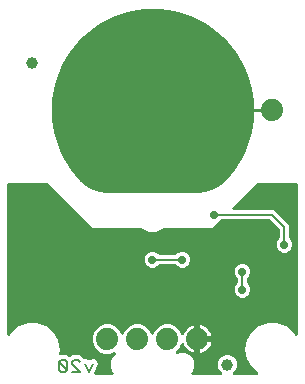
<source format=gbr>
G04 EAGLE Gerber RS-274X export*
G75*
%MOMM*%
%FSLAX34Y34*%
%LPD*%
%INBottom Copper*%
%IPPOS*%
%AMOC8*
5,1,8,0,0,1.08239X$1,22.5*%
G01*
%ADD10C,0.177800*%
%ADD11C,1.879600*%
%ADD12C,1.000000*%
%ADD13C,0.736600*%
%ADD14C,0.203200*%
%ADD15C,0.254000*%
%ADD16C,6.350000*%

G36*
X93098Y4082D02*
X93098Y4082D01*
X93236Y4095D01*
X93255Y4102D01*
X93276Y4105D01*
X93405Y4156D01*
X93536Y4203D01*
X93552Y4214D01*
X93571Y4222D01*
X93683Y4303D01*
X93799Y4381D01*
X93812Y4397D01*
X93829Y4408D01*
X93917Y4516D01*
X94009Y4620D01*
X94018Y4638D01*
X94031Y4653D01*
X94091Y4779D01*
X94154Y4903D01*
X94158Y4923D01*
X94167Y4941D01*
X94193Y5078D01*
X94223Y5213D01*
X94223Y5234D01*
X94227Y5253D01*
X94218Y5391D01*
X94214Y5531D01*
X94208Y5551D01*
X94207Y5571D01*
X94164Y5703D01*
X94125Y5837D01*
X94115Y5854D01*
X94109Y5873D01*
X94035Y5991D01*
X93964Y6111D01*
X93945Y6132D01*
X93939Y6142D01*
X93924Y6156D01*
X93857Y6231D01*
X93081Y7008D01*
X91551Y10701D01*
X91551Y14699D01*
X93081Y18392D01*
X95666Y20977D01*
X95709Y21033D01*
X95759Y21081D01*
X95806Y21158D01*
X95861Y21229D01*
X95889Y21293D01*
X95925Y21352D01*
X95952Y21438D01*
X95988Y21521D01*
X95999Y21590D01*
X96019Y21656D01*
X96023Y21746D01*
X96037Y21835D01*
X96031Y21904D01*
X96034Y21974D01*
X96016Y22062D01*
X96008Y22151D01*
X95984Y22217D01*
X95970Y22285D01*
X95930Y22366D01*
X95900Y22451D01*
X95861Y22508D01*
X95830Y22571D01*
X95772Y22639D01*
X95721Y22714D01*
X95669Y22760D01*
X95624Y22813D01*
X95550Y22865D01*
X95483Y22924D01*
X95421Y22956D01*
X95364Y22996D01*
X95280Y23028D01*
X95200Y23069D01*
X95132Y23084D01*
X95066Y23109D01*
X94977Y23119D01*
X94890Y23138D01*
X94820Y23136D01*
X94750Y23144D01*
X94661Y23131D01*
X94572Y23129D01*
X94505Y23109D01*
X94435Y23100D01*
X94283Y23048D01*
X91376Y21843D01*
X86424Y21843D01*
X81850Y23738D01*
X78348Y27240D01*
X76453Y31814D01*
X76453Y36766D01*
X78348Y41340D01*
X81850Y44842D01*
X86424Y46737D01*
X91376Y46737D01*
X95950Y44842D01*
X99452Y41340D01*
X100427Y38985D01*
X100496Y38865D01*
X100561Y38742D01*
X100575Y38727D01*
X100585Y38709D01*
X100682Y38609D01*
X100775Y38506D01*
X100792Y38495D01*
X100806Y38481D01*
X100925Y38408D01*
X101041Y38332D01*
X101060Y38325D01*
X101077Y38314D01*
X101210Y38274D01*
X101342Y38228D01*
X101362Y38227D01*
X101381Y38221D01*
X101520Y38214D01*
X101659Y38203D01*
X101679Y38207D01*
X101699Y38206D01*
X101835Y38234D01*
X101972Y38258D01*
X101991Y38266D01*
X102010Y38270D01*
X102136Y38331D01*
X102262Y38388D01*
X102278Y38401D01*
X102296Y38410D01*
X102402Y38500D01*
X102510Y38587D01*
X102523Y38603D01*
X102538Y38616D01*
X102618Y38730D01*
X102702Y38841D01*
X102714Y38866D01*
X102721Y38876D01*
X102728Y38895D01*
X102773Y38985D01*
X103748Y41340D01*
X107250Y44842D01*
X111824Y46737D01*
X116776Y46737D01*
X121350Y44842D01*
X124852Y41340D01*
X125827Y38985D01*
X125896Y38865D01*
X125961Y38742D01*
X125975Y38727D01*
X125985Y38709D01*
X126082Y38609D01*
X126175Y38506D01*
X126192Y38495D01*
X126206Y38481D01*
X126325Y38408D01*
X126441Y38332D01*
X126460Y38325D01*
X126477Y38314D01*
X126610Y38274D01*
X126742Y38228D01*
X126762Y38227D01*
X126781Y38221D01*
X126920Y38214D01*
X127059Y38203D01*
X127079Y38207D01*
X127099Y38206D01*
X127235Y38234D01*
X127372Y38258D01*
X127391Y38266D01*
X127410Y38270D01*
X127536Y38331D01*
X127662Y38388D01*
X127678Y38401D01*
X127696Y38410D01*
X127802Y38500D01*
X127910Y38587D01*
X127923Y38603D01*
X127938Y38616D01*
X128018Y38730D01*
X128102Y38841D01*
X128114Y38866D01*
X128121Y38876D01*
X128128Y38895D01*
X128173Y38985D01*
X129148Y41340D01*
X132650Y44842D01*
X137224Y46737D01*
X142176Y46737D01*
X146750Y44842D01*
X150252Y41340D01*
X151505Y38315D01*
X151520Y38289D01*
X151529Y38260D01*
X151599Y38151D01*
X151663Y38038D01*
X151684Y38017D01*
X151700Y37992D01*
X151794Y37903D01*
X151884Y37810D01*
X151910Y37794D01*
X151931Y37774D01*
X152045Y37711D01*
X152155Y37644D01*
X152184Y37635D01*
X152210Y37621D01*
X152335Y37588D01*
X152459Y37550D01*
X152489Y37549D01*
X152518Y37541D01*
X152648Y37541D01*
X152777Y37535D01*
X152806Y37541D01*
X152836Y37541D01*
X152961Y37573D01*
X153088Y37599D01*
X153115Y37612D01*
X153144Y37620D01*
X153257Y37682D01*
X153374Y37739D01*
X153397Y37758D01*
X153423Y37773D01*
X153517Y37861D01*
X153616Y37945D01*
X153633Y37970D01*
X153655Y37990D01*
X153724Y38099D01*
X153799Y38205D01*
X153810Y38233D01*
X153826Y38259D01*
X153885Y38408D01*
X154036Y38873D01*
X154889Y40547D01*
X155994Y42068D01*
X157322Y43396D01*
X158843Y44501D01*
X160517Y45354D01*
X162304Y45935D01*
X162561Y45975D01*
X162561Y35560D01*
X162576Y35442D01*
X162583Y35323D01*
X162596Y35285D01*
X162601Y35245D01*
X162644Y35134D01*
X162681Y35021D01*
X162703Y34987D01*
X162718Y34949D01*
X162788Y34853D01*
X162851Y34752D01*
X162881Y34724D01*
X162904Y34692D01*
X162996Y34616D01*
X163083Y34534D01*
X163118Y34515D01*
X163149Y34489D01*
X163257Y34438D01*
X163361Y34381D01*
X163401Y34370D01*
X163437Y34353D01*
X163554Y34331D01*
X163669Y34301D01*
X163730Y34297D01*
X163750Y34293D01*
X163770Y34295D01*
X163830Y34291D01*
X165101Y34291D01*
X165101Y34289D01*
X163830Y34289D01*
X163712Y34274D01*
X163593Y34267D01*
X163555Y34254D01*
X163514Y34249D01*
X163404Y34205D01*
X163291Y34169D01*
X163256Y34147D01*
X163219Y34132D01*
X163123Y34062D01*
X163022Y33999D01*
X162994Y33969D01*
X162961Y33945D01*
X162886Y33854D01*
X162804Y33767D01*
X162784Y33732D01*
X162759Y33700D01*
X162708Y33593D01*
X162650Y33488D01*
X162640Y33449D01*
X162623Y33413D01*
X162601Y33296D01*
X162571Y33181D01*
X162567Y33120D01*
X162563Y33100D01*
X162565Y33080D01*
X162561Y33020D01*
X162561Y22605D01*
X162304Y22645D01*
X160517Y23226D01*
X158843Y24079D01*
X157322Y25184D01*
X155994Y26512D01*
X154889Y28033D01*
X154036Y29707D01*
X153885Y30172D01*
X153872Y30199D01*
X153865Y30228D01*
X153805Y30342D01*
X153750Y30460D01*
X153731Y30483D01*
X153717Y30509D01*
X153630Y30605D01*
X153547Y30705D01*
X153523Y30722D01*
X153503Y30744D01*
X153394Y30816D01*
X153290Y30892D01*
X153262Y30903D01*
X153237Y30919D01*
X153114Y30961D01*
X152994Y31009D01*
X152964Y31013D01*
X152936Y31022D01*
X152807Y31033D01*
X152679Y31049D01*
X152649Y31045D01*
X152619Y31048D01*
X152491Y31025D01*
X152363Y31009D01*
X152335Y30998D01*
X152306Y30993D01*
X152188Y30940D01*
X152067Y30892D01*
X152043Y30875D01*
X152016Y30863D01*
X151915Y30782D01*
X151810Y30706D01*
X151791Y30683D01*
X151767Y30664D01*
X151689Y30560D01*
X151607Y30461D01*
X151594Y30434D01*
X151576Y30410D01*
X151505Y30265D01*
X150252Y27240D01*
X146992Y23980D01*
X146949Y23924D01*
X146899Y23876D01*
X146852Y23799D01*
X146839Y23784D01*
X146838Y23781D01*
X146797Y23728D01*
X146769Y23664D01*
X146733Y23605D01*
X146706Y23519D01*
X146671Y23437D01*
X146660Y23368D01*
X146639Y23301D01*
X146635Y23211D01*
X146621Y23122D01*
X146627Y23053D01*
X146624Y22983D01*
X146642Y22896D01*
X146651Y22806D01*
X146674Y22740D01*
X146688Y22672D01*
X146728Y22591D01*
X146758Y22507D01*
X146797Y22449D01*
X146828Y22386D01*
X146886Y22318D01*
X146937Y22243D01*
X146989Y22197D01*
X147034Y22144D01*
X147108Y22092D01*
X147175Y22033D01*
X147238Y22001D01*
X147295Y21961D01*
X147378Y21929D01*
X147459Y21888D01*
X147527Y21873D01*
X147592Y21848D01*
X147681Y21838D01*
X147769Y21819D01*
X147839Y21821D01*
X147908Y21813D01*
X147997Y21826D01*
X148087Y21828D01*
X148154Y21848D01*
X148223Y21857D01*
X148375Y21910D01*
X150401Y22749D01*
X154399Y22749D01*
X158092Y21219D01*
X160919Y18392D01*
X162449Y14699D01*
X162449Y10701D01*
X160919Y7008D01*
X160143Y6231D01*
X160058Y6122D01*
X159969Y6015D01*
X159960Y5996D01*
X159948Y5980D01*
X159892Y5853D01*
X159833Y5727D01*
X159829Y5707D01*
X159821Y5688D01*
X159799Y5550D01*
X159773Y5414D01*
X159775Y5394D01*
X159771Y5374D01*
X159784Y5235D01*
X159793Y5097D01*
X159799Y5078D01*
X159801Y5058D01*
X159848Y4926D01*
X159891Y4795D01*
X159902Y4777D01*
X159909Y4758D01*
X159987Y4643D01*
X160061Y4526D01*
X160076Y4512D01*
X160087Y4495D01*
X160191Y4403D01*
X160293Y4308D01*
X160311Y4298D01*
X160326Y4285D01*
X160450Y4222D01*
X160571Y4154D01*
X160591Y4149D01*
X160609Y4140D01*
X160745Y4110D01*
X160879Y4075D01*
X160907Y4073D01*
X160919Y4070D01*
X160940Y4071D01*
X161040Y4065D01*
X184688Y4065D01*
X184826Y4082D01*
X184965Y4095D01*
X184984Y4102D01*
X185004Y4105D01*
X185133Y4156D01*
X185264Y4203D01*
X185281Y4214D01*
X185300Y4222D01*
X185412Y4303D01*
X185527Y4381D01*
X185541Y4397D01*
X185557Y4408D01*
X185646Y4516D01*
X185738Y4620D01*
X185747Y4638D01*
X185760Y4653D01*
X185819Y4779D01*
X185882Y4903D01*
X185887Y4923D01*
X185895Y4941D01*
X185921Y5077D01*
X185952Y5213D01*
X185951Y5234D01*
X185955Y5253D01*
X185946Y5391D01*
X185942Y5531D01*
X185937Y5551D01*
X185935Y5571D01*
X185893Y5703D01*
X185854Y5837D01*
X185844Y5854D01*
X185837Y5873D01*
X185763Y5991D01*
X185692Y6111D01*
X185674Y6132D01*
X185667Y6142D01*
X185652Y6156D01*
X185586Y6231D01*
X183677Y8141D01*
X182451Y11099D01*
X182451Y14301D01*
X183677Y17259D01*
X185941Y19523D01*
X188899Y20749D01*
X192101Y20749D01*
X195059Y19523D01*
X197323Y17259D01*
X198549Y14301D01*
X198549Y11099D01*
X197323Y8141D01*
X195414Y6231D01*
X195329Y6122D01*
X195240Y6015D01*
X195232Y5996D01*
X195219Y5980D01*
X195164Y5852D01*
X195105Y5727D01*
X195101Y5707D01*
X195093Y5688D01*
X195071Y5550D01*
X195045Y5414D01*
X195046Y5394D01*
X195043Y5374D01*
X195056Y5235D01*
X195065Y5097D01*
X195071Y5078D01*
X195073Y5058D01*
X195120Y4926D01*
X195163Y4795D01*
X195174Y4777D01*
X195180Y4758D01*
X195258Y4643D01*
X195333Y4526D01*
X195348Y4512D01*
X195359Y4495D01*
X195463Y4403D01*
X195564Y4308D01*
X195582Y4298D01*
X195597Y4285D01*
X195722Y4221D01*
X195843Y4154D01*
X195863Y4149D01*
X195881Y4140D01*
X196016Y4110D01*
X196151Y4075D01*
X196179Y4073D01*
X196191Y4070D01*
X196211Y4071D01*
X196312Y4065D01*
X215369Y4065D01*
X215405Y4069D01*
X215440Y4067D01*
X215562Y4089D01*
X215685Y4105D01*
X215718Y4118D01*
X215753Y4124D01*
X215865Y4176D01*
X215981Y4222D01*
X216009Y4242D01*
X216041Y4257D01*
X216138Y4336D01*
X216238Y4408D01*
X216261Y4436D01*
X216288Y4458D01*
X216361Y4558D01*
X216441Y4653D01*
X216456Y4685D01*
X216477Y4714D01*
X216523Y4829D01*
X216576Y4941D01*
X216583Y4976D01*
X216596Y5009D01*
X216613Y5132D01*
X216636Y5253D01*
X216634Y5289D01*
X216639Y5324D01*
X216624Y5447D01*
X216616Y5571D01*
X216605Y5605D01*
X216601Y5640D01*
X216556Y5755D01*
X216518Y5873D01*
X216499Y5903D01*
X216487Y5936D01*
X216415Y6037D01*
X216348Y6142D01*
X216322Y6166D01*
X216302Y6195D01*
X216185Y6306D01*
X211015Y10645D01*
X207029Y17549D01*
X205645Y25400D01*
X207029Y33251D01*
X211015Y40155D01*
X217122Y45280D01*
X224614Y48007D01*
X232586Y48007D01*
X240078Y45280D01*
X246185Y40156D01*
X247567Y37762D01*
X247655Y37646D01*
X247740Y37528D01*
X247751Y37519D01*
X247759Y37509D01*
X247873Y37418D01*
X247985Y37325D01*
X247998Y37319D01*
X248008Y37311D01*
X248142Y37251D01*
X248273Y37190D01*
X248286Y37187D01*
X248299Y37182D01*
X248443Y37157D01*
X248586Y37130D01*
X248599Y37131D01*
X248612Y37128D01*
X248758Y37141D01*
X248903Y37150D01*
X248916Y37154D01*
X248929Y37155D01*
X249067Y37203D01*
X249205Y37248D01*
X249217Y37255D01*
X249230Y37259D01*
X249351Y37340D01*
X249474Y37418D01*
X249483Y37428D01*
X249495Y37435D01*
X249592Y37543D01*
X249692Y37649D01*
X249699Y37661D01*
X249708Y37671D01*
X249775Y37800D01*
X249846Y37928D01*
X249849Y37941D01*
X249855Y37953D01*
X249889Y38095D01*
X249925Y38236D01*
X249926Y38254D01*
X249928Y38263D01*
X249928Y38280D01*
X249935Y38397D01*
X249935Y165100D01*
X249920Y165218D01*
X249913Y165337D01*
X249900Y165375D01*
X249895Y165416D01*
X249852Y165526D01*
X249815Y165639D01*
X249793Y165674D01*
X249778Y165711D01*
X249709Y165807D01*
X249645Y165908D01*
X249615Y165936D01*
X249592Y165969D01*
X249500Y166045D01*
X249413Y166126D01*
X249378Y166146D01*
X249347Y166171D01*
X249239Y166222D01*
X249135Y166280D01*
X249095Y166290D01*
X249059Y166307D01*
X248942Y166329D01*
X248827Y166359D01*
X248767Y166363D01*
X248747Y166367D01*
X248726Y166365D01*
X248666Y166369D01*
X215900Y166369D01*
X215802Y166357D01*
X215703Y166354D01*
X215645Y166337D01*
X215584Y166329D01*
X215492Y166293D01*
X215397Y166265D01*
X215345Y166235D01*
X215289Y166212D01*
X215209Y166154D01*
X215123Y166104D01*
X215048Y166038D01*
X215031Y166026D01*
X215024Y166016D01*
X215003Y165998D01*
X194936Y145931D01*
X194851Y145822D01*
X194763Y145715D01*
X194754Y145696D01*
X194742Y145680D01*
X194686Y145552D01*
X194627Y145427D01*
X194623Y145407D01*
X194615Y145388D01*
X194593Y145250D01*
X194567Y145114D01*
X194569Y145094D01*
X194565Y145074D01*
X194578Y144935D01*
X194587Y144797D01*
X194593Y144778D01*
X194595Y144758D01*
X194642Y144626D01*
X194685Y144495D01*
X194696Y144477D01*
X194703Y144458D01*
X194781Y144343D01*
X194855Y144226D01*
X194870Y144212D01*
X194881Y144195D01*
X194985Y144103D01*
X195087Y144008D01*
X195105Y143998D01*
X195120Y143985D01*
X195244Y143921D01*
X195365Y143854D01*
X195385Y143849D01*
X195403Y143840D01*
X195539Y143810D01*
X195673Y143775D01*
X195701Y143773D01*
X195713Y143770D01*
X195734Y143771D01*
X195834Y143765D01*
X230284Y143765D01*
X242825Y131224D01*
X242825Y120281D01*
X242837Y120183D01*
X242840Y120084D01*
X242857Y120026D01*
X242865Y119966D01*
X242901Y119874D01*
X242929Y119778D01*
X242959Y119726D01*
X242982Y119670D01*
X243040Y119590D01*
X243090Y119504D01*
X243156Y119429D01*
X243168Y119413D01*
X243178Y119405D01*
X243196Y119384D01*
X244467Y118113D01*
X245492Y115639D01*
X245492Y112961D01*
X244467Y110487D01*
X242573Y108593D01*
X240099Y107568D01*
X237421Y107568D01*
X234947Y108593D01*
X233053Y110487D01*
X232028Y112961D01*
X232028Y115639D01*
X233053Y118113D01*
X234324Y119384D01*
X234384Y119462D01*
X234452Y119534D01*
X234481Y119587D01*
X234518Y119635D01*
X234558Y119726D01*
X234606Y119813D01*
X234621Y119871D01*
X234645Y119927D01*
X234660Y120025D01*
X234685Y120120D01*
X234691Y120220D01*
X234695Y120241D01*
X234693Y120253D01*
X234695Y120281D01*
X234695Y127331D01*
X234683Y127429D01*
X234680Y127528D01*
X234663Y127586D01*
X234655Y127646D01*
X234619Y127738D01*
X234591Y127833D01*
X234561Y127885D01*
X234538Y127942D01*
X234480Y128022D01*
X234430Y128107D01*
X234364Y128183D01*
X234352Y128199D01*
X234342Y128207D01*
X234324Y128228D01*
X227288Y135264D01*
X227210Y135324D01*
X227138Y135392D01*
X227085Y135421D01*
X227037Y135458D01*
X226946Y135498D01*
X226859Y135546D01*
X226801Y135561D01*
X226745Y135585D01*
X226647Y135600D01*
X226551Y135625D01*
X226451Y135631D01*
X226431Y135635D01*
X226419Y135633D01*
X226391Y135635D01*
X185166Y135635D01*
X185068Y135623D01*
X184969Y135620D01*
X184911Y135603D01*
X184850Y135595D01*
X184758Y135559D01*
X184663Y135531D01*
X184611Y135501D01*
X184555Y135478D01*
X184475Y135420D01*
X184389Y135370D01*
X184314Y135304D01*
X184297Y135292D01*
X184290Y135282D01*
X184269Y135264D01*
X177274Y128269D01*
X136670Y128269D01*
X136572Y128257D01*
X136473Y128254D01*
X136414Y128237D01*
X136354Y128229D01*
X136262Y128193D01*
X136167Y128165D01*
X136115Y128135D01*
X136059Y128112D01*
X135979Y128054D01*
X135893Y128004D01*
X135818Y127938D01*
X135801Y127926D01*
X135794Y127916D01*
X135772Y127897D01*
X135241Y127366D01*
X129894Y125151D01*
X124106Y125151D01*
X118759Y127366D01*
X118228Y127897D01*
X118149Y127958D01*
X118077Y128026D01*
X118024Y128055D01*
X117976Y128092D01*
X117885Y128132D01*
X117799Y128180D01*
X117740Y128195D01*
X117684Y128219D01*
X117586Y128234D01*
X117491Y128259D01*
X117391Y128265D01*
X117370Y128269D01*
X117358Y128267D01*
X117330Y128269D01*
X76726Y128269D01*
X38998Y165998D01*
X38919Y166058D01*
X38847Y166126D01*
X38794Y166155D01*
X38746Y166192D01*
X38655Y166232D01*
X38569Y166280D01*
X38510Y166295D01*
X38454Y166319D01*
X38356Y166334D01*
X38261Y166359D01*
X38161Y166365D01*
X38140Y166369D01*
X38128Y166367D01*
X38100Y166369D01*
X5334Y166369D01*
X5216Y166354D01*
X5097Y166347D01*
X5059Y166334D01*
X5018Y166329D01*
X4908Y166286D01*
X4795Y166249D01*
X4760Y166227D01*
X4723Y166212D01*
X4627Y166143D01*
X4526Y166079D01*
X4498Y166049D01*
X4465Y166026D01*
X4389Y165934D01*
X4308Y165847D01*
X4288Y165812D01*
X4263Y165781D01*
X4212Y165673D01*
X4154Y165569D01*
X4144Y165529D01*
X4127Y165493D01*
X4105Y165376D01*
X4075Y165261D01*
X4071Y165201D01*
X4067Y165181D01*
X4069Y165160D01*
X4065Y165100D01*
X4065Y38397D01*
X4083Y38252D01*
X4098Y38107D01*
X4103Y38094D01*
X4105Y38081D01*
X4158Y37945D01*
X4209Y37809D01*
X4217Y37798D01*
X4222Y37785D01*
X4307Y37668D01*
X4390Y37548D01*
X4401Y37539D01*
X4408Y37528D01*
X4520Y37435D01*
X4631Y37340D01*
X4643Y37334D01*
X4653Y37325D01*
X4785Y37263D01*
X4916Y37198D01*
X4929Y37195D01*
X4941Y37190D01*
X5083Y37162D01*
X5227Y37132D01*
X5240Y37132D01*
X5253Y37130D01*
X5398Y37139D01*
X5544Y37145D01*
X5558Y37149D01*
X5571Y37150D01*
X5709Y37194D01*
X5849Y37237D01*
X5861Y37244D01*
X5873Y37248D01*
X5996Y37325D01*
X6121Y37401D01*
X6131Y37411D01*
X6142Y37418D01*
X6242Y37524D01*
X6344Y37628D01*
X6354Y37643D01*
X6360Y37649D01*
X6368Y37664D01*
X6433Y37762D01*
X7815Y40155D01*
X13922Y45280D01*
X21414Y48007D01*
X29386Y48007D01*
X36878Y45280D01*
X42985Y40156D01*
X46971Y33251D01*
X48355Y25400D01*
X47769Y22073D01*
X47765Y22003D01*
X47752Y21933D01*
X47758Y21845D01*
X47753Y21756D01*
X47768Y21686D01*
X47772Y21616D01*
X47799Y21531D01*
X47817Y21444D01*
X47848Y21381D01*
X47870Y21313D01*
X47918Y21238D01*
X47957Y21158D01*
X48002Y21104D01*
X48040Y21045D01*
X48105Y20984D01*
X48163Y20916D01*
X48220Y20875D01*
X48272Y20827D01*
X48350Y20784D01*
X48422Y20733D01*
X48488Y20707D01*
X48550Y20673D01*
X48636Y20651D01*
X48720Y20619D01*
X48790Y20612D01*
X48858Y20594D01*
X49019Y20584D01*
X50564Y20584D01*
X52699Y20584D01*
X54352Y20584D01*
X55699Y19236D01*
X55793Y19163D01*
X55883Y19084D01*
X55919Y19066D01*
X55951Y19041D01*
X56060Y18994D01*
X56166Y18940D01*
X56205Y18931D01*
X56242Y18915D01*
X56360Y18896D01*
X56476Y18870D01*
X56516Y18871D01*
X56556Y18865D01*
X56675Y18876D01*
X56794Y18880D01*
X56833Y18891D01*
X56873Y18895D01*
X56985Y18935D01*
X57099Y18968D01*
X57134Y18989D01*
X57172Y19003D01*
X57271Y19070D01*
X57373Y19130D01*
X57419Y19170D01*
X57435Y19181D01*
X57449Y19196D01*
X57494Y19236D01*
X58842Y20584D01*
X61790Y20584D01*
X63969Y20584D01*
X65578Y20584D01*
X68256Y17906D01*
X68256Y17905D01*
X68399Y17763D01*
X68458Y17717D01*
X68510Y17664D01*
X68583Y17620D01*
X68650Y17568D01*
X68718Y17538D01*
X68782Y17500D01*
X68864Y17475D01*
X68942Y17442D01*
X69015Y17430D01*
X69087Y17409D01*
X69172Y17405D01*
X69256Y17392D01*
X69330Y17399D01*
X69405Y17396D01*
X69488Y17414D01*
X69573Y17422D01*
X69617Y17437D01*
X73035Y16298D01*
X73044Y16296D01*
X73052Y16292D01*
X73198Y16266D01*
X73347Y16236D01*
X73356Y16237D01*
X73365Y16235D01*
X73514Y16245D01*
X73664Y16254D01*
X73673Y16256D01*
X73682Y16257D01*
X73837Y16298D01*
X77213Y17423D01*
X80130Y15964D01*
X81162Y12869D01*
X77678Y5902D01*
X77646Y5812D01*
X77606Y5727D01*
X77594Y5663D01*
X77572Y5602D01*
X77564Y5507D01*
X77546Y5414D01*
X77550Y5350D01*
X77545Y5285D01*
X77560Y5191D01*
X77566Y5097D01*
X77586Y5035D01*
X77597Y4971D01*
X77635Y4884D01*
X77664Y4795D01*
X77699Y4740D01*
X77725Y4680D01*
X77784Y4606D01*
X77834Y4526D01*
X77882Y4481D01*
X77922Y4430D01*
X77997Y4373D01*
X78066Y4308D01*
X78123Y4277D01*
X78175Y4237D01*
X78262Y4200D01*
X78344Y4154D01*
X78407Y4138D01*
X78467Y4113D01*
X78561Y4099D01*
X78652Y4075D01*
X78763Y4068D01*
X78782Y4065D01*
X78792Y4066D01*
X78813Y4065D01*
X92960Y4065D01*
X93098Y4082D01*
G37*
%LPC*%
G36*
X125661Y94868D02*
X125661Y94868D01*
X123187Y95893D01*
X121293Y97787D01*
X120268Y100261D01*
X120268Y102939D01*
X121293Y105413D01*
X123187Y107307D01*
X125661Y108332D01*
X128339Y108332D01*
X130813Y107307D01*
X132084Y106036D01*
X132162Y105976D01*
X132234Y105908D01*
X132287Y105879D01*
X132335Y105842D01*
X132426Y105802D01*
X132513Y105754D01*
X132571Y105739D01*
X132627Y105715D01*
X132725Y105700D01*
X132820Y105675D01*
X132920Y105669D01*
X132941Y105665D01*
X132953Y105667D01*
X132981Y105665D01*
X146419Y105665D01*
X146517Y105677D01*
X146616Y105680D01*
X146674Y105697D01*
X146734Y105705D01*
X146826Y105741D01*
X146922Y105769D01*
X146974Y105799D01*
X147030Y105822D01*
X147110Y105880D01*
X147196Y105930D01*
X147271Y105996D01*
X147287Y106008D01*
X147295Y106018D01*
X147316Y106036D01*
X148587Y107307D01*
X151061Y108332D01*
X153739Y108332D01*
X156213Y107307D01*
X158107Y105413D01*
X159132Y102939D01*
X159132Y100261D01*
X158107Y97787D01*
X156213Y95893D01*
X153739Y94868D01*
X151061Y94868D01*
X148587Y95893D01*
X147316Y97164D01*
X147238Y97224D01*
X147166Y97292D01*
X147113Y97321D01*
X147065Y97358D01*
X146974Y97398D01*
X146887Y97446D01*
X146829Y97461D01*
X146773Y97485D01*
X146675Y97500D01*
X146580Y97525D01*
X146480Y97531D01*
X146459Y97535D01*
X146447Y97533D01*
X146419Y97535D01*
X132981Y97535D01*
X132883Y97523D01*
X132784Y97520D01*
X132726Y97503D01*
X132666Y97495D01*
X132574Y97459D01*
X132478Y97431D01*
X132426Y97401D01*
X132370Y97378D01*
X132290Y97320D01*
X132204Y97270D01*
X132129Y97204D01*
X132113Y97192D01*
X132105Y97182D01*
X132084Y97164D01*
X130813Y95893D01*
X128339Y94868D01*
X125661Y94868D01*
G37*
%LPD*%
%LPC*%
G36*
X201861Y69468D02*
X201861Y69468D01*
X199387Y70493D01*
X197493Y72387D01*
X196468Y74861D01*
X196468Y77539D01*
X197493Y80013D01*
X198764Y81284D01*
X198824Y81362D01*
X198892Y81434D01*
X198921Y81487D01*
X198958Y81535D01*
X198998Y81626D01*
X199046Y81713D01*
X199061Y81771D01*
X199085Y81827D01*
X199100Y81925D01*
X199125Y82020D01*
X199131Y82120D01*
X199135Y82141D01*
X199133Y82153D01*
X199135Y82181D01*
X199135Y85459D01*
X199123Y85557D01*
X199120Y85656D01*
X199103Y85714D01*
X199095Y85774D01*
X199059Y85866D01*
X199031Y85962D01*
X199001Y86014D01*
X198978Y86070D01*
X198920Y86150D01*
X198870Y86236D01*
X198804Y86311D01*
X198792Y86327D01*
X198782Y86335D01*
X198764Y86356D01*
X197493Y87627D01*
X196468Y90101D01*
X196468Y92779D01*
X197493Y95253D01*
X199387Y97147D01*
X201861Y98172D01*
X204539Y98172D01*
X207013Y97147D01*
X208907Y95253D01*
X209932Y92779D01*
X209932Y90101D01*
X208907Y87627D01*
X207636Y86356D01*
X207576Y86278D01*
X207508Y86206D01*
X207479Y86153D01*
X207442Y86105D01*
X207402Y86014D01*
X207354Y85927D01*
X207339Y85869D01*
X207315Y85813D01*
X207300Y85715D01*
X207275Y85620D01*
X207269Y85520D01*
X207265Y85499D01*
X207267Y85487D01*
X207265Y85459D01*
X207265Y82181D01*
X207277Y82083D01*
X207280Y81984D01*
X207297Y81926D01*
X207305Y81866D01*
X207341Y81774D01*
X207369Y81678D01*
X207399Y81626D01*
X207422Y81570D01*
X207480Y81490D01*
X207530Y81404D01*
X207596Y81329D01*
X207608Y81313D01*
X207618Y81305D01*
X207636Y81284D01*
X208907Y80013D01*
X209932Y77539D01*
X209932Y74861D01*
X208907Y72387D01*
X207013Y70493D01*
X204539Y69468D01*
X201861Y69468D01*
G37*
%LPD*%
%LPC*%
G36*
X167639Y36829D02*
X167639Y36829D01*
X167639Y45975D01*
X167896Y45935D01*
X169683Y45354D01*
X171357Y44501D01*
X172878Y43396D01*
X174206Y42068D01*
X175311Y40547D01*
X176164Y38873D01*
X176745Y37086D01*
X176785Y36829D01*
X167639Y36829D01*
G37*
%LPD*%
%LPC*%
G36*
X167639Y31751D02*
X167639Y31751D01*
X176785Y31751D01*
X176745Y31494D01*
X176164Y29707D01*
X175311Y28033D01*
X174206Y26512D01*
X172878Y25184D01*
X171357Y24079D01*
X169683Y23226D01*
X167896Y22645D01*
X167639Y22605D01*
X167639Y31751D01*
G37*
%LPD*%
D10*
X76910Y13172D02*
X73436Y6223D01*
X69962Y13172D01*
X65684Y6223D02*
X58736Y6223D01*
X65684Y6223D02*
X58736Y13172D01*
X58736Y14909D01*
X60473Y16646D01*
X63947Y16646D01*
X65684Y14909D01*
X54458Y14909D02*
X54458Y7960D01*
X54458Y14909D02*
X52721Y16646D01*
X49246Y16646D01*
X47509Y14909D01*
X47509Y7960D01*
X49246Y6223D01*
X52721Y6223D01*
X54458Y7960D01*
X47509Y14909D01*
D11*
X228600Y228600D03*
D12*
X190500Y12700D03*
X25400Y267970D03*
D11*
X165100Y34290D03*
X139700Y34290D03*
X114300Y34290D03*
X88900Y34290D03*
D13*
X127000Y101600D03*
D14*
X152400Y101600D01*
D13*
X152400Y101600D03*
X190500Y38100D03*
X10160Y160020D03*
X241300Y139700D03*
X48260Y121920D03*
X48260Y101600D03*
X200660Y123190D03*
X229870Y52070D03*
X152400Y68580D03*
D15*
X88900Y38100D02*
X88900Y34290D01*
D13*
X238760Y114300D03*
X179070Y139700D03*
D14*
X228600Y139700D01*
X238760Y129540D02*
X238760Y114300D01*
X238760Y129540D02*
X228600Y139700D01*
D16*
X165100Y190500D02*
X166019Y191441D01*
X166915Y192405D01*
X167786Y193390D01*
X168634Y194396D01*
X169457Y195423D01*
X170254Y196470D01*
X171025Y197535D01*
X171771Y198619D01*
X172489Y199721D01*
X173181Y200840D01*
X173845Y201976D01*
X174481Y203128D01*
X175089Y204295D01*
X175668Y205476D01*
X176218Y206671D01*
X176738Y207879D01*
X177229Y209100D01*
X177691Y210332D01*
X178121Y211575D01*
X178522Y212828D01*
X178892Y214090D01*
X179230Y215362D01*
X179538Y216641D01*
X179814Y217927D01*
X180059Y219219D01*
X180272Y220518D01*
X180454Y221821D01*
X180603Y223128D01*
X180721Y224438D01*
X180807Y225751D01*
X180860Y227065D01*
X180882Y228381D01*
X180871Y229696D01*
X180828Y231011D01*
X180753Y232325D01*
X180646Y233636D01*
X180507Y234944D01*
X180336Y236248D01*
X180134Y237548D01*
X179899Y238843D01*
X179634Y240131D01*
X179336Y241413D01*
X179008Y242687D01*
X178649Y243952D01*
X178258Y245209D01*
X177838Y246455D01*
X177387Y247691D01*
X176905Y248915D01*
X176395Y250128D01*
X175854Y251327D01*
X175285Y252513D01*
X174687Y253685D01*
X174060Y254842D01*
X173405Y255983D01*
X172723Y257108D01*
X172013Y258215D01*
X171277Y259306D01*
X170514Y260377D01*
X169725Y261430D01*
X168911Y262464D01*
X168072Y263477D01*
X167208Y264469D01*
X166320Y265440D01*
X165409Y266389D01*
X164475Y267315D01*
X163519Y268219D01*
X162541Y269099D01*
X161541Y269954D01*
X160521Y270785D01*
X159481Y271591D01*
X158422Y272371D01*
X157344Y273125D01*
X156248Y273853D01*
X155135Y274553D01*
X154004Y275227D01*
X152858Y275872D01*
X151696Y276489D01*
X150520Y277078D01*
X149329Y277638D01*
X148125Y278168D01*
X146909Y278669D01*
X145680Y279140D01*
X144441Y279581D01*
X143191Y279992D01*
X141932Y280372D01*
X140663Y280721D01*
X139387Y281039D01*
X138103Y281326D01*
X136812Y281581D01*
X135516Y281805D01*
X134214Y281997D01*
X132908Y282157D01*
X131599Y282285D01*
X130287Y282382D01*
X128973Y282446D01*
X127658Y282478D01*
X126342Y282478D01*
X125027Y282446D01*
X123713Y282382D01*
X122401Y282285D01*
X121092Y282157D01*
X119786Y281997D01*
X118484Y281805D01*
X117188Y281581D01*
X115897Y281326D01*
X114613Y281039D01*
X113337Y280721D01*
X112068Y280372D01*
X110809Y279992D01*
X109559Y279581D01*
X108320Y279140D01*
X107091Y278669D01*
X105875Y278168D01*
X104671Y277638D01*
X103480Y277078D01*
X102304Y276489D01*
X101142Y275872D01*
X99996Y275227D01*
X98865Y274553D01*
X97752Y273853D01*
X96656Y273125D01*
X95578Y272371D01*
X94519Y271591D01*
X93479Y270785D01*
X92459Y269954D01*
X91459Y269099D01*
X90481Y268219D01*
X89525Y267315D01*
X88591Y266389D01*
X87680Y265440D01*
X86792Y264469D01*
X85928Y263477D01*
X85089Y262464D01*
X84275Y261430D01*
X83486Y260377D01*
X82723Y259306D01*
X81987Y258215D01*
X81277Y257108D01*
X80595Y255983D01*
X79940Y254842D01*
X79313Y253685D01*
X78715Y252513D01*
X78146Y251327D01*
X77605Y250128D01*
X77095Y248915D01*
X76613Y247691D01*
X76162Y246455D01*
X75742Y245209D01*
X75351Y243952D01*
X74992Y242687D01*
X74664Y241413D01*
X74366Y240131D01*
X74101Y238843D01*
X73866Y237548D01*
X73664Y236248D01*
X73493Y234944D01*
X73354Y233636D01*
X73247Y232325D01*
X73172Y231011D01*
X73129Y229696D01*
X73118Y228381D01*
X73140Y227065D01*
X73193Y225751D01*
X73279Y224438D01*
X73397Y223128D01*
X73546Y221821D01*
X73728Y220518D01*
X73941Y219219D01*
X74186Y217927D01*
X74462Y216641D01*
X74770Y215362D01*
X75108Y214090D01*
X75478Y212828D01*
X75879Y211575D01*
X76309Y210332D01*
X76771Y209100D01*
X77262Y207879D01*
X77782Y206671D01*
X78332Y205476D01*
X78911Y204295D01*
X79519Y203128D01*
X80155Y201976D01*
X80819Y200840D01*
X81511Y199721D01*
X82229Y198619D01*
X82975Y197535D01*
X83746Y196470D01*
X84543Y195423D01*
X85366Y194396D01*
X86214Y193390D01*
X87085Y192405D01*
X87981Y191441D01*
X88900Y190500D01*
X165100Y190500D01*
X127762Y228600D02*
X127000Y228600D01*
X127762Y228600D02*
X129540Y228600D01*
X165100Y228600D01*
D15*
X127000Y228600D02*
X165100Y190500D01*
X88900Y190500D02*
X88900Y228600D01*
X165100Y190500D02*
X190500Y190500D01*
X190500Y175260D01*
X187960Y172720D02*
X185420Y172720D01*
X187960Y172720D02*
X190500Y175260D01*
X127762Y228600D02*
X126492Y229870D01*
X129540Y228600D02*
X228600Y228600D01*
D13*
X203200Y76200D03*
D14*
X203200Y91440D01*
D13*
X203200Y91440D03*
M02*

</source>
